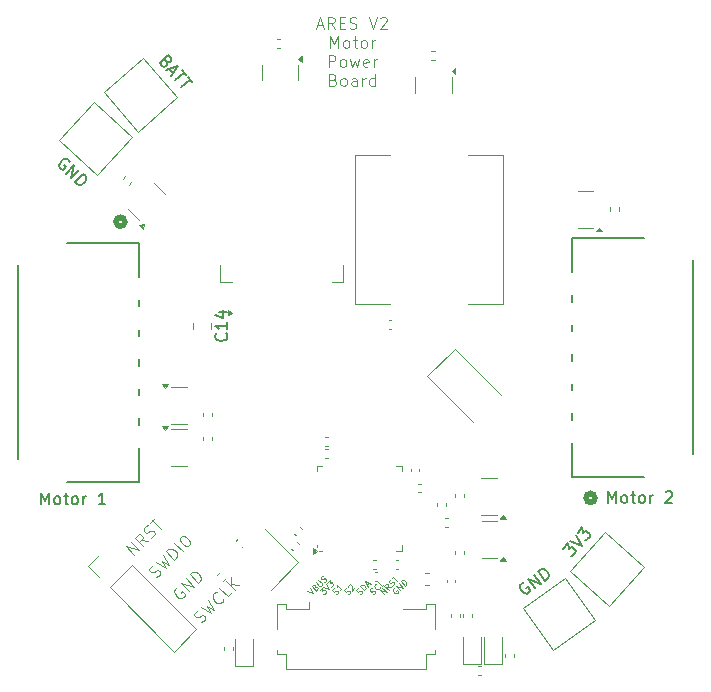
<source format=gbr>
%TF.GenerationSoftware,KiCad,Pcbnew,8.0.1*%
%TF.CreationDate,2024-09-20T18:09:38-07:00*%
%TF.ProjectId,motor_control_design,6d6f746f-725f-4636-9f6e-74726f6c5f64,rev?*%
%TF.SameCoordinates,Original*%
%TF.FileFunction,Legend,Top*%
%TF.FilePolarity,Positive*%
%FSLAX46Y46*%
G04 Gerber Fmt 4.6, Leading zero omitted, Abs format (unit mm)*
G04 Created by KiCad (PCBNEW 8.0.1) date 2024-09-20 18:09:38*
%MOMM*%
%LPD*%
G01*
G04 APERTURE LIST*
%ADD10C,0.200000*%
%ADD11C,0.100000*%
%ADD12C,0.050000*%
%ADD13C,0.150000*%
%ADD14C,0.120000*%
%ADD15C,0.508000*%
%ADD16C,0.152400*%
G04 APERTURE END LIST*
D10*
X163280000Y-108705909D02*
X163174961Y-108723364D01*
X163174961Y-108723364D02*
X163059387Y-108807333D01*
X163059387Y-108807333D02*
X162971803Y-108929827D01*
X162971803Y-108929827D02*
X162950733Y-109062856D01*
X162950733Y-109062856D02*
X162968188Y-109167895D01*
X162968188Y-109167895D02*
X163041623Y-109349983D01*
X163041623Y-109349983D02*
X163125592Y-109465557D01*
X163125592Y-109465557D02*
X163276076Y-109591666D01*
X163276076Y-109591666D02*
X163370580Y-109640725D01*
X163370580Y-109640725D02*
X163503609Y-109661795D01*
X163503609Y-109661795D02*
X163647172Y-109616350D01*
X163647172Y-109616350D02*
X163724222Y-109560371D01*
X163724222Y-109560371D02*
X163811806Y-109437877D01*
X163811806Y-109437877D02*
X163822341Y-109371362D01*
X163822341Y-109371362D02*
X163626412Y-109101690D01*
X163626412Y-109101690D02*
X163472314Y-109213649D01*
X164225042Y-109196504D02*
X163637256Y-108387487D01*
X163637256Y-108387487D02*
X164687337Y-108860626D01*
X164687337Y-108860626D02*
X164099552Y-108051609D01*
X165072583Y-108580729D02*
X164484798Y-107771712D01*
X164484798Y-107771712D02*
X164677421Y-107631763D01*
X164677421Y-107631763D02*
X164820985Y-107586318D01*
X164820985Y-107586318D02*
X164954014Y-107607388D01*
X164954014Y-107607388D02*
X165048518Y-107656447D01*
X165048518Y-107656447D02*
X165199001Y-107782556D01*
X165199001Y-107782556D02*
X165282971Y-107898130D01*
X165282971Y-107898130D02*
X165356405Y-108080218D01*
X165356405Y-108080218D02*
X165373860Y-108185257D01*
X165373860Y-108185257D02*
X165352790Y-108318286D01*
X165352790Y-108318286D02*
X165265206Y-108440780D01*
X165265206Y-108440780D02*
X165072583Y-108580729D01*
X133036748Y-64615803D02*
X133094533Y-64754860D01*
X133094533Y-64754860D02*
X133089835Y-64822039D01*
X133089835Y-64822039D02*
X133049199Y-64920460D01*
X133049199Y-64920460D02*
X132941383Y-65014182D01*
X132941383Y-65014182D02*
X132838265Y-65040726D01*
X132838265Y-65040726D02*
X132771086Y-65036028D01*
X132771086Y-65036028D02*
X132672665Y-64995392D01*
X132672665Y-64995392D02*
X132422738Y-64707883D01*
X132422738Y-64707883D02*
X133177448Y-64051824D01*
X133177448Y-64051824D02*
X133396134Y-64303394D01*
X133396134Y-64303394D02*
X133422677Y-64406512D01*
X133422677Y-64406512D02*
X133417980Y-64473692D01*
X133417980Y-64473692D02*
X133377343Y-64572112D01*
X133377343Y-64572112D02*
X133305466Y-64634594D01*
X133305466Y-64634594D02*
X133202348Y-64661137D01*
X133202348Y-64661137D02*
X133135169Y-64656439D01*
X133135169Y-64656439D02*
X133036748Y-64615803D01*
X133036748Y-64615803D02*
X132818062Y-64364233D01*
X133263187Y-65239209D02*
X133575597Y-65598594D01*
X132985074Y-65354777D02*
X133958470Y-64950288D01*
X133958470Y-64950288D02*
X133422447Y-65857917D01*
X134302120Y-65345612D02*
X134677011Y-65776875D01*
X133734856Y-66217303D02*
X134489566Y-65561244D01*
X134801975Y-65920629D02*
X135176866Y-66351892D01*
X134234711Y-66792320D02*
X134989420Y-66136261D01*
D11*
X132137321Y-108279908D02*
X132272008Y-108212564D01*
X132272008Y-108212564D02*
X132440367Y-108044205D01*
X132440367Y-108044205D02*
X132474039Y-107943190D01*
X132474039Y-107943190D02*
X132474039Y-107875847D01*
X132474039Y-107875847D02*
X132440367Y-107774831D01*
X132440367Y-107774831D02*
X132373024Y-107707488D01*
X132373024Y-107707488D02*
X132272008Y-107673816D01*
X132272008Y-107673816D02*
X132204665Y-107673816D01*
X132204665Y-107673816D02*
X132103649Y-107707488D01*
X132103649Y-107707488D02*
X131935291Y-107808503D01*
X131935291Y-107808503D02*
X131834275Y-107842175D01*
X131834275Y-107842175D02*
X131766932Y-107842175D01*
X131766932Y-107842175D02*
X131665917Y-107808503D01*
X131665917Y-107808503D02*
X131598573Y-107741160D01*
X131598573Y-107741160D02*
X131564901Y-107640144D01*
X131564901Y-107640144D02*
X131564901Y-107572801D01*
X131564901Y-107572801D02*
X131598573Y-107471786D01*
X131598573Y-107471786D02*
X131766932Y-107303427D01*
X131766932Y-107303427D02*
X131901619Y-107236083D01*
X132103650Y-106966709D02*
X132979115Y-107505457D01*
X132979115Y-107505457D02*
X132608726Y-106865694D01*
X132608726Y-106865694D02*
X133248489Y-107236083D01*
X133248489Y-107236083D02*
X132709741Y-106360618D01*
X133686222Y-106798351D02*
X132979115Y-106091244D01*
X132979115Y-106091244D02*
X133147474Y-105922885D01*
X133147474Y-105922885D02*
X133282161Y-105855541D01*
X133282161Y-105855541D02*
X133416848Y-105855541D01*
X133416848Y-105855541D02*
X133517863Y-105889213D01*
X133517863Y-105889213D02*
X133686222Y-105990229D01*
X133686222Y-105990229D02*
X133787237Y-106091244D01*
X133787237Y-106091244D02*
X133888252Y-106259603D01*
X133888252Y-106259603D02*
X133921924Y-106360618D01*
X133921924Y-106360618D02*
X133921924Y-106495305D01*
X133921924Y-106495305D02*
X133854581Y-106629992D01*
X133854581Y-106629992D02*
X133686222Y-106798351D01*
X134393329Y-106091244D02*
X133686222Y-105384137D01*
X134157626Y-104912733D02*
X134292313Y-104778046D01*
X134292313Y-104778046D02*
X134393328Y-104744374D01*
X134393328Y-104744374D02*
X134528015Y-104744374D01*
X134528015Y-104744374D02*
X134696374Y-104845389D01*
X134696374Y-104845389D02*
X134932076Y-105081092D01*
X134932076Y-105081092D02*
X135033091Y-105249450D01*
X135033091Y-105249450D02*
X135033091Y-105384137D01*
X135033091Y-105384137D02*
X134999420Y-105485153D01*
X134999420Y-105485153D02*
X134864733Y-105619840D01*
X134864733Y-105619840D02*
X134763717Y-105653511D01*
X134763717Y-105653511D02*
X134629030Y-105653511D01*
X134629030Y-105653511D02*
X134460672Y-105552496D01*
X134460672Y-105552496D02*
X134224969Y-105316794D01*
X134224969Y-105316794D02*
X134123954Y-105148435D01*
X134123954Y-105148435D02*
X134123954Y-105013748D01*
X134123954Y-105013748D02*
X134157626Y-104912733D01*
D12*
X151446332Y-109702454D02*
X151092778Y-109348900D01*
X151092778Y-109348900D02*
X151648362Y-109500423D01*
X151648362Y-109500423D02*
X151294809Y-109146870D01*
X152018752Y-109130034D02*
X151732542Y-109079526D01*
X151816721Y-109332064D02*
X151463168Y-108978511D01*
X151463168Y-108978511D02*
X151597855Y-108843824D01*
X151597855Y-108843824D02*
X151648363Y-108826988D01*
X151648363Y-108826988D02*
X151682034Y-108826988D01*
X151682034Y-108826988D02*
X151732542Y-108843824D01*
X151732542Y-108843824D02*
X151783050Y-108894332D01*
X151783050Y-108894332D02*
X151799885Y-108944839D01*
X151799885Y-108944839D02*
X151799885Y-108978511D01*
X151799885Y-108978511D02*
X151783050Y-109029019D01*
X151783050Y-109029019D02*
X151648363Y-109163706D01*
X152136603Y-108978511D02*
X152203947Y-108944839D01*
X152203947Y-108944839D02*
X152288126Y-108860660D01*
X152288126Y-108860660D02*
X152304962Y-108810152D01*
X152304962Y-108810152D02*
X152304962Y-108776480D01*
X152304962Y-108776480D02*
X152288126Y-108725973D01*
X152288126Y-108725973D02*
X152254454Y-108692301D01*
X152254454Y-108692301D02*
X152203947Y-108675465D01*
X152203947Y-108675465D02*
X152170275Y-108675465D01*
X152170275Y-108675465D02*
X152119767Y-108692301D01*
X152119767Y-108692301D02*
X152035588Y-108742809D01*
X152035588Y-108742809D02*
X151985080Y-108759644D01*
X151985080Y-108759644D02*
X151951408Y-108759644D01*
X151951408Y-108759644D02*
X151900901Y-108742809D01*
X151900901Y-108742809D02*
X151867229Y-108709137D01*
X151867229Y-108709137D02*
X151850393Y-108658629D01*
X151850393Y-108658629D02*
X151850393Y-108624957D01*
X151850393Y-108624957D02*
X151867229Y-108574450D01*
X151867229Y-108574450D02*
X151951408Y-108490270D01*
X151951408Y-108490270D02*
X152018752Y-108456599D01*
X152102931Y-108338748D02*
X152304961Y-108136717D01*
X152557500Y-108591286D02*
X152203946Y-108237733D01*
D10*
X122416673Y-102102219D02*
X122416673Y-101102219D01*
X122416673Y-101102219D02*
X122750006Y-101816504D01*
X122750006Y-101816504D02*
X123083339Y-101102219D01*
X123083339Y-101102219D02*
X123083339Y-102102219D01*
X123702387Y-102102219D02*
X123607149Y-102054600D01*
X123607149Y-102054600D02*
X123559530Y-102006980D01*
X123559530Y-102006980D02*
X123511911Y-101911742D01*
X123511911Y-101911742D02*
X123511911Y-101626028D01*
X123511911Y-101626028D02*
X123559530Y-101530790D01*
X123559530Y-101530790D02*
X123607149Y-101483171D01*
X123607149Y-101483171D02*
X123702387Y-101435552D01*
X123702387Y-101435552D02*
X123845244Y-101435552D01*
X123845244Y-101435552D02*
X123940482Y-101483171D01*
X123940482Y-101483171D02*
X123988101Y-101530790D01*
X123988101Y-101530790D02*
X124035720Y-101626028D01*
X124035720Y-101626028D02*
X124035720Y-101911742D01*
X124035720Y-101911742D02*
X123988101Y-102006980D01*
X123988101Y-102006980D02*
X123940482Y-102054600D01*
X123940482Y-102054600D02*
X123845244Y-102102219D01*
X123845244Y-102102219D02*
X123702387Y-102102219D01*
X124321435Y-101435552D02*
X124702387Y-101435552D01*
X124464292Y-101102219D02*
X124464292Y-101959361D01*
X124464292Y-101959361D02*
X124511911Y-102054600D01*
X124511911Y-102054600D02*
X124607149Y-102102219D01*
X124607149Y-102102219D02*
X124702387Y-102102219D01*
X125178578Y-102102219D02*
X125083340Y-102054600D01*
X125083340Y-102054600D02*
X125035721Y-102006980D01*
X125035721Y-102006980D02*
X124988102Y-101911742D01*
X124988102Y-101911742D02*
X124988102Y-101626028D01*
X124988102Y-101626028D02*
X125035721Y-101530790D01*
X125035721Y-101530790D02*
X125083340Y-101483171D01*
X125083340Y-101483171D02*
X125178578Y-101435552D01*
X125178578Y-101435552D02*
X125321435Y-101435552D01*
X125321435Y-101435552D02*
X125416673Y-101483171D01*
X125416673Y-101483171D02*
X125464292Y-101530790D01*
X125464292Y-101530790D02*
X125511911Y-101626028D01*
X125511911Y-101626028D02*
X125511911Y-101911742D01*
X125511911Y-101911742D02*
X125464292Y-102006980D01*
X125464292Y-102006980D02*
X125416673Y-102054600D01*
X125416673Y-102054600D02*
X125321435Y-102102219D01*
X125321435Y-102102219D02*
X125178578Y-102102219D01*
X125940483Y-102102219D02*
X125940483Y-101435552D01*
X125940483Y-101626028D02*
X125988102Y-101530790D01*
X125988102Y-101530790D02*
X126035721Y-101483171D01*
X126035721Y-101483171D02*
X126130959Y-101435552D01*
X126130959Y-101435552D02*
X126226197Y-101435552D01*
X127845245Y-102102219D02*
X127273817Y-102102219D01*
X127559531Y-102102219D02*
X127559531Y-101102219D01*
X127559531Y-101102219D02*
X127464293Y-101245076D01*
X127464293Y-101245076D02*
X127369055Y-101340314D01*
X127369055Y-101340314D02*
X127273817Y-101387933D01*
D12*
X147348660Y-109702454D02*
X147416004Y-109668782D01*
X147416004Y-109668782D02*
X147500183Y-109584603D01*
X147500183Y-109584603D02*
X147517019Y-109534095D01*
X147517019Y-109534095D02*
X147517019Y-109500423D01*
X147517019Y-109500423D02*
X147500183Y-109449916D01*
X147500183Y-109449916D02*
X147466511Y-109416244D01*
X147466511Y-109416244D02*
X147416004Y-109399408D01*
X147416004Y-109399408D02*
X147382332Y-109399408D01*
X147382332Y-109399408D02*
X147331824Y-109416244D01*
X147331824Y-109416244D02*
X147247645Y-109466752D01*
X147247645Y-109466752D02*
X147197137Y-109483587D01*
X147197137Y-109483587D02*
X147163465Y-109483587D01*
X147163465Y-109483587D02*
X147112958Y-109466752D01*
X147112958Y-109466752D02*
X147079286Y-109433080D01*
X147079286Y-109433080D02*
X147062450Y-109382572D01*
X147062450Y-109382572D02*
X147062450Y-109348900D01*
X147062450Y-109348900D02*
X147079286Y-109298393D01*
X147079286Y-109298393D02*
X147163465Y-109214213D01*
X147163465Y-109214213D02*
X147230809Y-109180542D01*
X147904244Y-109180542D02*
X147702213Y-109382573D01*
X147803228Y-109281557D02*
X147449675Y-108928004D01*
X147449675Y-108928004D02*
X147466511Y-109012183D01*
X147466511Y-109012183D02*
X147466511Y-109079527D01*
X147466511Y-109079527D02*
X147449675Y-109130034D01*
X144946271Y-109399408D02*
X145417675Y-109635110D01*
X145417675Y-109635110D02*
X145181973Y-109163706D01*
X145586034Y-109096363D02*
X145653377Y-109062691D01*
X145653377Y-109062691D02*
X145687049Y-109062691D01*
X145687049Y-109062691D02*
X145737557Y-109079527D01*
X145737557Y-109079527D02*
X145788064Y-109130034D01*
X145788064Y-109130034D02*
X145804900Y-109180542D01*
X145804900Y-109180542D02*
X145804900Y-109214214D01*
X145804900Y-109214214D02*
X145788064Y-109264721D01*
X145788064Y-109264721D02*
X145653377Y-109399408D01*
X145653377Y-109399408D02*
X145299824Y-109045855D01*
X145299824Y-109045855D02*
X145417675Y-108928004D01*
X145417675Y-108928004D02*
X145468183Y-108911168D01*
X145468183Y-108911168D02*
X145501854Y-108911168D01*
X145501854Y-108911168D02*
X145552362Y-108928004D01*
X145552362Y-108928004D02*
X145586034Y-108961676D01*
X145586034Y-108961676D02*
X145602870Y-109012183D01*
X145602870Y-109012183D02*
X145602870Y-109045855D01*
X145602870Y-109045855D02*
X145586034Y-109096363D01*
X145586034Y-109096363D02*
X145468183Y-109214214D01*
X145653377Y-108692302D02*
X145939587Y-108978512D01*
X145939587Y-108978512D02*
X145990095Y-108995347D01*
X145990095Y-108995347D02*
X146023766Y-108995347D01*
X146023766Y-108995347D02*
X146074274Y-108978512D01*
X146074274Y-108978512D02*
X146141618Y-108911168D01*
X146141618Y-108911168D02*
X146158454Y-108860660D01*
X146158454Y-108860660D02*
X146158454Y-108826989D01*
X146158454Y-108826989D02*
X146141618Y-108776481D01*
X146141618Y-108776481D02*
X145855408Y-108490271D01*
X146343648Y-108675465D02*
X146410992Y-108641794D01*
X146410992Y-108641794D02*
X146495171Y-108557614D01*
X146495171Y-108557614D02*
X146512007Y-108507107D01*
X146512007Y-108507107D02*
X146512007Y-108473435D01*
X146512007Y-108473435D02*
X146495171Y-108422927D01*
X146495171Y-108422927D02*
X146461500Y-108389256D01*
X146461500Y-108389256D02*
X146410992Y-108372420D01*
X146410992Y-108372420D02*
X146377320Y-108372420D01*
X146377320Y-108372420D02*
X146326813Y-108389256D01*
X146326813Y-108389256D02*
X146242633Y-108439763D01*
X146242633Y-108439763D02*
X146192126Y-108456599D01*
X146192126Y-108456599D02*
X146158454Y-108456599D01*
X146158454Y-108456599D02*
X146107946Y-108439763D01*
X146107946Y-108439763D02*
X146074274Y-108406091D01*
X146074274Y-108406091D02*
X146057439Y-108355584D01*
X146057439Y-108355584D02*
X146057439Y-108321912D01*
X146057439Y-108321912D02*
X146074274Y-108271404D01*
X146074274Y-108271404D02*
X146158454Y-108187225D01*
X146158454Y-108187225D02*
X146225797Y-108153553D01*
D10*
X124837530Y-73094716D02*
X124800353Y-72994938D01*
X124800353Y-72994938D02*
X124695874Y-72897509D01*
X124695874Y-72897509D02*
X124558919Y-72834907D01*
X124558919Y-72834907D02*
X124424314Y-72839608D01*
X124424314Y-72839608D02*
X124324536Y-72876784D01*
X124324536Y-72876784D02*
X124159805Y-72983614D01*
X124159805Y-72983614D02*
X124062376Y-73088093D01*
X124062376Y-73088093D02*
X123967298Y-73259874D01*
X123967298Y-73259874D02*
X123937172Y-73362003D01*
X123937172Y-73362003D02*
X123941873Y-73496608D01*
X123941873Y-73496608D02*
X124013876Y-73628863D01*
X124013876Y-73628863D02*
X124083529Y-73693815D01*
X124083529Y-73693815D02*
X124220484Y-73756417D01*
X124220484Y-73756417D02*
X124287786Y-73754067D01*
X124287786Y-73754067D02*
X124515119Y-73510282D01*
X124515119Y-73510282D02*
X124375814Y-73380378D01*
X124536271Y-74116005D02*
X125218270Y-73384651D01*
X125218270Y-73384651D02*
X124954188Y-74505718D01*
X124954188Y-74505718D02*
X125636186Y-73774364D01*
X125302452Y-74830479D02*
X125984450Y-74099125D01*
X125984450Y-74099125D02*
X126158582Y-74261506D01*
X126158582Y-74261506D02*
X126230585Y-74393761D01*
X126230585Y-74393761D02*
X126235285Y-74528366D01*
X126235285Y-74528366D02*
X126205159Y-74630494D01*
X126205159Y-74630494D02*
X126110081Y-74802276D01*
X126110081Y-74802276D02*
X126012653Y-74906755D01*
X126012653Y-74906755D02*
X125847922Y-75013584D01*
X125847922Y-75013584D02*
X125748144Y-75050761D01*
X125748144Y-75050761D02*
X125613539Y-75055462D01*
X125613539Y-75055462D02*
X125476583Y-74992860D01*
X125476583Y-74992860D02*
X125302452Y-74830479D01*
X170422673Y-101975219D02*
X170422673Y-100975219D01*
X170422673Y-100975219D02*
X170756006Y-101689504D01*
X170756006Y-101689504D02*
X171089339Y-100975219D01*
X171089339Y-100975219D02*
X171089339Y-101975219D01*
X171708387Y-101975219D02*
X171613149Y-101927600D01*
X171613149Y-101927600D02*
X171565530Y-101879980D01*
X171565530Y-101879980D02*
X171517911Y-101784742D01*
X171517911Y-101784742D02*
X171517911Y-101499028D01*
X171517911Y-101499028D02*
X171565530Y-101403790D01*
X171565530Y-101403790D02*
X171613149Y-101356171D01*
X171613149Y-101356171D02*
X171708387Y-101308552D01*
X171708387Y-101308552D02*
X171851244Y-101308552D01*
X171851244Y-101308552D02*
X171946482Y-101356171D01*
X171946482Y-101356171D02*
X171994101Y-101403790D01*
X171994101Y-101403790D02*
X172041720Y-101499028D01*
X172041720Y-101499028D02*
X172041720Y-101784742D01*
X172041720Y-101784742D02*
X171994101Y-101879980D01*
X171994101Y-101879980D02*
X171946482Y-101927600D01*
X171946482Y-101927600D02*
X171851244Y-101975219D01*
X171851244Y-101975219D02*
X171708387Y-101975219D01*
X172327435Y-101308552D02*
X172708387Y-101308552D01*
X172470292Y-100975219D02*
X172470292Y-101832361D01*
X172470292Y-101832361D02*
X172517911Y-101927600D01*
X172517911Y-101927600D02*
X172613149Y-101975219D01*
X172613149Y-101975219D02*
X172708387Y-101975219D01*
X173184578Y-101975219D02*
X173089340Y-101927600D01*
X173089340Y-101927600D02*
X173041721Y-101879980D01*
X173041721Y-101879980D02*
X172994102Y-101784742D01*
X172994102Y-101784742D02*
X172994102Y-101499028D01*
X172994102Y-101499028D02*
X173041721Y-101403790D01*
X173041721Y-101403790D02*
X173089340Y-101356171D01*
X173089340Y-101356171D02*
X173184578Y-101308552D01*
X173184578Y-101308552D02*
X173327435Y-101308552D01*
X173327435Y-101308552D02*
X173422673Y-101356171D01*
X173422673Y-101356171D02*
X173470292Y-101403790D01*
X173470292Y-101403790D02*
X173517911Y-101499028D01*
X173517911Y-101499028D02*
X173517911Y-101784742D01*
X173517911Y-101784742D02*
X173470292Y-101879980D01*
X173470292Y-101879980D02*
X173422673Y-101927600D01*
X173422673Y-101927600D02*
X173327435Y-101975219D01*
X173327435Y-101975219D02*
X173184578Y-101975219D01*
X173946483Y-101975219D02*
X173946483Y-101308552D01*
X173946483Y-101499028D02*
X173994102Y-101403790D01*
X173994102Y-101403790D02*
X174041721Y-101356171D01*
X174041721Y-101356171D02*
X174136959Y-101308552D01*
X174136959Y-101308552D02*
X174232197Y-101308552D01*
X175279817Y-101070457D02*
X175327436Y-101022838D01*
X175327436Y-101022838D02*
X175422674Y-100975219D01*
X175422674Y-100975219D02*
X175660769Y-100975219D01*
X175660769Y-100975219D02*
X175756007Y-101022838D01*
X175756007Y-101022838D02*
X175803626Y-101070457D01*
X175803626Y-101070457D02*
X175851245Y-101165695D01*
X175851245Y-101165695D02*
X175851245Y-101260933D01*
X175851245Y-101260933D02*
X175803626Y-101403790D01*
X175803626Y-101403790D02*
X175232198Y-101975219D01*
X175232198Y-101975219D02*
X175851245Y-101975219D01*
D12*
X145979107Y-109382572D02*
X146197973Y-109163706D01*
X146197973Y-109163706D02*
X146214809Y-109416244D01*
X146214809Y-109416244D02*
X146265317Y-109365736D01*
X146265317Y-109365736D02*
X146315824Y-109348900D01*
X146315824Y-109348900D02*
X146349496Y-109348900D01*
X146349496Y-109348900D02*
X146400004Y-109365736D01*
X146400004Y-109365736D02*
X146484183Y-109449916D01*
X146484183Y-109449916D02*
X146501019Y-109500423D01*
X146501019Y-109500423D02*
X146501019Y-109534095D01*
X146501019Y-109534095D02*
X146484183Y-109584603D01*
X146484183Y-109584603D02*
X146383168Y-109685618D01*
X146383168Y-109685618D02*
X146332660Y-109702454D01*
X146332660Y-109702454D02*
X146298988Y-109702454D01*
X146298988Y-109062691D02*
X146770392Y-109298393D01*
X146770392Y-109298393D02*
X146534690Y-108826989D01*
X146618869Y-108742810D02*
X146837736Y-108523943D01*
X146837736Y-108523943D02*
X146854572Y-108776481D01*
X146854572Y-108776481D02*
X146905079Y-108725974D01*
X146905079Y-108725974D02*
X146955587Y-108709138D01*
X146955587Y-108709138D02*
X146989259Y-108709138D01*
X146989259Y-108709138D02*
X147039766Y-108725974D01*
X147039766Y-108725974D02*
X147123946Y-108810153D01*
X147123946Y-108810153D02*
X147140781Y-108860661D01*
X147140781Y-108860661D02*
X147140781Y-108894332D01*
X147140781Y-108894332D02*
X147123946Y-108944840D01*
X147123946Y-108944840D02*
X147022930Y-109045855D01*
X147022930Y-109045855D02*
X146972423Y-109062691D01*
X146972423Y-109062691D02*
X146938751Y-109062691D01*
D11*
X135947321Y-112089908D02*
X136082008Y-112022564D01*
X136082008Y-112022564D02*
X136250367Y-111854205D01*
X136250367Y-111854205D02*
X136284039Y-111753190D01*
X136284039Y-111753190D02*
X136284039Y-111685847D01*
X136284039Y-111685847D02*
X136250367Y-111584831D01*
X136250367Y-111584831D02*
X136183024Y-111517488D01*
X136183024Y-111517488D02*
X136082008Y-111483816D01*
X136082008Y-111483816D02*
X136014665Y-111483816D01*
X136014665Y-111483816D02*
X135913649Y-111517488D01*
X135913649Y-111517488D02*
X135745291Y-111618503D01*
X135745291Y-111618503D02*
X135644275Y-111652175D01*
X135644275Y-111652175D02*
X135576932Y-111652175D01*
X135576932Y-111652175D02*
X135475917Y-111618503D01*
X135475917Y-111618503D02*
X135408573Y-111551160D01*
X135408573Y-111551160D02*
X135374901Y-111450144D01*
X135374901Y-111450144D02*
X135374901Y-111382801D01*
X135374901Y-111382801D02*
X135408573Y-111281786D01*
X135408573Y-111281786D02*
X135576932Y-111113427D01*
X135576932Y-111113427D02*
X135711619Y-111046083D01*
X135913650Y-110776709D02*
X136789115Y-111315457D01*
X136789115Y-111315457D02*
X136418726Y-110675694D01*
X136418726Y-110675694D02*
X137058489Y-111046083D01*
X137058489Y-111046083D02*
X136519741Y-110170618D01*
X137832939Y-110136946D02*
X137832939Y-110204290D01*
X137832939Y-110204290D02*
X137765596Y-110338977D01*
X137765596Y-110338977D02*
X137698252Y-110406320D01*
X137698252Y-110406320D02*
X137563565Y-110473664D01*
X137563565Y-110473664D02*
X137428878Y-110473664D01*
X137428878Y-110473664D02*
X137327863Y-110439992D01*
X137327863Y-110439992D02*
X137159504Y-110338977D01*
X137159504Y-110338977D02*
X137058489Y-110237961D01*
X137058489Y-110237961D02*
X136957474Y-110069603D01*
X136957474Y-110069603D02*
X136923802Y-109968587D01*
X136923802Y-109968587D02*
X136923802Y-109833900D01*
X136923802Y-109833900D02*
X136991145Y-109699213D01*
X136991145Y-109699213D02*
X137058489Y-109631870D01*
X137058489Y-109631870D02*
X137193176Y-109564526D01*
X137193176Y-109564526D02*
X137260519Y-109564526D01*
X138540046Y-109564526D02*
X138203329Y-109901244D01*
X138203329Y-109901244D02*
X137496222Y-109194137D01*
X138775748Y-109328824D02*
X138068642Y-108621717D01*
X139179809Y-108924763D02*
X138472703Y-108823748D01*
X138472703Y-108217656D02*
X138472703Y-109025778D01*
D12*
X152310809Y-109180542D02*
X152260301Y-109197378D01*
X152260301Y-109197378D02*
X152209794Y-109247885D01*
X152209794Y-109247885D02*
X152176122Y-109315229D01*
X152176122Y-109315229D02*
X152176122Y-109382572D01*
X152176122Y-109382572D02*
X152192958Y-109433080D01*
X152192958Y-109433080D02*
X152243465Y-109517259D01*
X152243465Y-109517259D02*
X152293973Y-109567767D01*
X152293973Y-109567767D02*
X152378152Y-109618274D01*
X152378152Y-109618274D02*
X152428660Y-109635110D01*
X152428660Y-109635110D02*
X152496004Y-109635110D01*
X152496004Y-109635110D02*
X152563347Y-109601439D01*
X152563347Y-109601439D02*
X152597019Y-109567767D01*
X152597019Y-109567767D02*
X152630691Y-109500423D01*
X152630691Y-109500423D02*
X152630691Y-109466752D01*
X152630691Y-109466752D02*
X152512839Y-109348900D01*
X152512839Y-109348900D02*
X152445496Y-109416244D01*
X152815885Y-109348900D02*
X152462332Y-108995347D01*
X152462332Y-108995347D02*
X153017916Y-109146870D01*
X153017916Y-109146870D02*
X152664362Y-108793317D01*
X153186275Y-108978511D02*
X152832721Y-108624957D01*
X152832721Y-108624957D02*
X152916901Y-108540778D01*
X152916901Y-108540778D02*
X152984244Y-108507106D01*
X152984244Y-108507106D02*
X153051588Y-108507106D01*
X153051588Y-108507106D02*
X153102095Y-108523942D01*
X153102095Y-108523942D02*
X153186275Y-108574450D01*
X153186275Y-108574450D02*
X153236782Y-108624957D01*
X153236782Y-108624957D02*
X153287290Y-108709137D01*
X153287290Y-108709137D02*
X153304126Y-108759644D01*
X153304126Y-108759644D02*
X153304126Y-108826988D01*
X153304126Y-108826988D02*
X153270454Y-108894332D01*
X153270454Y-108894332D02*
X153186275Y-108978511D01*
X150523660Y-109702454D02*
X150591004Y-109668782D01*
X150591004Y-109668782D02*
X150675183Y-109584603D01*
X150675183Y-109584603D02*
X150692019Y-109534095D01*
X150692019Y-109534095D02*
X150692019Y-109500423D01*
X150692019Y-109500423D02*
X150675183Y-109449916D01*
X150675183Y-109449916D02*
X150641511Y-109416244D01*
X150641511Y-109416244D02*
X150591004Y-109399408D01*
X150591004Y-109399408D02*
X150557332Y-109399408D01*
X150557332Y-109399408D02*
X150506824Y-109416244D01*
X150506824Y-109416244D02*
X150422645Y-109466752D01*
X150422645Y-109466752D02*
X150372137Y-109483587D01*
X150372137Y-109483587D02*
X150338465Y-109483587D01*
X150338465Y-109483587D02*
X150287958Y-109466752D01*
X150287958Y-109466752D02*
X150254286Y-109433080D01*
X150254286Y-109433080D02*
X150237450Y-109382572D01*
X150237450Y-109382572D02*
X150237450Y-109348900D01*
X150237450Y-109348900D02*
X150254286Y-109298393D01*
X150254286Y-109298393D02*
X150338465Y-109214213D01*
X150338465Y-109214213D02*
X150405809Y-109180542D01*
X151062408Y-109130034D02*
X151062408Y-109163706D01*
X151062408Y-109163706D02*
X151028736Y-109231050D01*
X151028736Y-109231050D02*
X150995064Y-109264721D01*
X150995064Y-109264721D02*
X150927721Y-109298393D01*
X150927721Y-109298393D02*
X150860377Y-109298393D01*
X150860377Y-109298393D02*
X150809870Y-109281557D01*
X150809870Y-109281557D02*
X150725690Y-109231050D01*
X150725690Y-109231050D02*
X150675183Y-109180542D01*
X150675183Y-109180542D02*
X150624675Y-109096363D01*
X150624675Y-109096363D02*
X150607839Y-109045855D01*
X150607839Y-109045855D02*
X150607839Y-108978512D01*
X150607839Y-108978512D02*
X150641511Y-108911168D01*
X150641511Y-108911168D02*
X150675183Y-108877496D01*
X150675183Y-108877496D02*
X150742526Y-108843825D01*
X150742526Y-108843825D02*
X150776198Y-108843825D01*
X151415961Y-108843825D02*
X151247602Y-109012183D01*
X151247602Y-109012183D02*
X150894049Y-108658630D01*
D11*
X130299665Y-106374908D02*
X129592558Y-105667801D01*
X129592558Y-105667801D02*
X130703726Y-105970847D01*
X130703726Y-105970847D02*
X129996619Y-105263740D01*
X131444504Y-105230068D02*
X130872084Y-105129053D01*
X131040443Y-105634129D02*
X130333336Y-104927022D01*
X130333336Y-104927022D02*
X130602710Y-104657648D01*
X130602710Y-104657648D02*
X130703726Y-104623976D01*
X130703726Y-104623976D02*
X130771069Y-104623976D01*
X130771069Y-104623976D02*
X130872084Y-104657648D01*
X130872084Y-104657648D02*
X130973100Y-104758664D01*
X130973100Y-104758664D02*
X131006771Y-104859679D01*
X131006771Y-104859679D02*
X131006771Y-104927022D01*
X131006771Y-104927022D02*
X130973100Y-105028038D01*
X130973100Y-105028038D02*
X130703726Y-105297412D01*
X131680207Y-104927022D02*
X131814894Y-104859679D01*
X131814894Y-104859679D02*
X131983252Y-104691320D01*
X131983252Y-104691320D02*
X132016924Y-104590305D01*
X132016924Y-104590305D02*
X132016924Y-104522961D01*
X132016924Y-104522961D02*
X131983252Y-104421946D01*
X131983252Y-104421946D02*
X131915909Y-104354602D01*
X131915909Y-104354602D02*
X131814894Y-104320931D01*
X131814894Y-104320931D02*
X131747550Y-104320931D01*
X131747550Y-104320931D02*
X131646535Y-104354602D01*
X131646535Y-104354602D02*
X131478176Y-104455618D01*
X131478176Y-104455618D02*
X131377161Y-104489289D01*
X131377161Y-104489289D02*
X131309817Y-104489289D01*
X131309817Y-104489289D02*
X131208802Y-104455618D01*
X131208802Y-104455618D02*
X131141459Y-104388274D01*
X131141459Y-104388274D02*
X131107787Y-104287259D01*
X131107787Y-104287259D02*
X131107787Y-104219915D01*
X131107787Y-104219915D02*
X131141459Y-104118900D01*
X131141459Y-104118900D02*
X131309817Y-103950541D01*
X131309817Y-103950541D02*
X131444504Y-103883198D01*
X131612863Y-103647496D02*
X132016924Y-103243435D01*
X132522000Y-104152572D02*
X131814894Y-103445465D01*
X145764619Y-61558872D02*
X146240809Y-61558872D01*
X145669381Y-61844587D02*
X146002714Y-60844587D01*
X146002714Y-60844587D02*
X146336047Y-61844587D01*
X147240809Y-61844587D02*
X146907476Y-61368396D01*
X146669381Y-61844587D02*
X146669381Y-60844587D01*
X146669381Y-60844587D02*
X147050333Y-60844587D01*
X147050333Y-60844587D02*
X147145571Y-60892206D01*
X147145571Y-60892206D02*
X147193190Y-60939825D01*
X147193190Y-60939825D02*
X147240809Y-61035063D01*
X147240809Y-61035063D02*
X147240809Y-61177920D01*
X147240809Y-61177920D02*
X147193190Y-61273158D01*
X147193190Y-61273158D02*
X147145571Y-61320777D01*
X147145571Y-61320777D02*
X147050333Y-61368396D01*
X147050333Y-61368396D02*
X146669381Y-61368396D01*
X147669381Y-61320777D02*
X148002714Y-61320777D01*
X148145571Y-61844587D02*
X147669381Y-61844587D01*
X147669381Y-61844587D02*
X147669381Y-60844587D01*
X147669381Y-60844587D02*
X148145571Y-60844587D01*
X148526524Y-61796968D02*
X148669381Y-61844587D01*
X148669381Y-61844587D02*
X148907476Y-61844587D01*
X148907476Y-61844587D02*
X149002714Y-61796968D01*
X149002714Y-61796968D02*
X149050333Y-61749348D01*
X149050333Y-61749348D02*
X149097952Y-61654110D01*
X149097952Y-61654110D02*
X149097952Y-61558872D01*
X149097952Y-61558872D02*
X149050333Y-61463634D01*
X149050333Y-61463634D02*
X149002714Y-61416015D01*
X149002714Y-61416015D02*
X148907476Y-61368396D01*
X148907476Y-61368396D02*
X148717000Y-61320777D01*
X148717000Y-61320777D02*
X148621762Y-61273158D01*
X148621762Y-61273158D02*
X148574143Y-61225539D01*
X148574143Y-61225539D02*
X148526524Y-61130301D01*
X148526524Y-61130301D02*
X148526524Y-61035063D01*
X148526524Y-61035063D02*
X148574143Y-60939825D01*
X148574143Y-60939825D02*
X148621762Y-60892206D01*
X148621762Y-60892206D02*
X148717000Y-60844587D01*
X148717000Y-60844587D02*
X148955095Y-60844587D01*
X148955095Y-60844587D02*
X149097952Y-60892206D01*
X150145572Y-60844587D02*
X150478905Y-61844587D01*
X150478905Y-61844587D02*
X150812238Y-60844587D01*
X151097953Y-60939825D02*
X151145572Y-60892206D01*
X151145572Y-60892206D02*
X151240810Y-60844587D01*
X151240810Y-60844587D02*
X151478905Y-60844587D01*
X151478905Y-60844587D02*
X151574143Y-60892206D01*
X151574143Y-60892206D02*
X151621762Y-60939825D01*
X151621762Y-60939825D02*
X151669381Y-61035063D01*
X151669381Y-61035063D02*
X151669381Y-61130301D01*
X151669381Y-61130301D02*
X151621762Y-61273158D01*
X151621762Y-61273158D02*
X151050334Y-61844587D01*
X151050334Y-61844587D02*
X151669381Y-61844587D01*
X146883666Y-63454531D02*
X146883666Y-62454531D01*
X146883666Y-62454531D02*
X147216999Y-63168816D01*
X147216999Y-63168816D02*
X147550332Y-62454531D01*
X147550332Y-62454531D02*
X147550332Y-63454531D01*
X148169380Y-63454531D02*
X148074142Y-63406912D01*
X148074142Y-63406912D02*
X148026523Y-63359292D01*
X148026523Y-63359292D02*
X147978904Y-63264054D01*
X147978904Y-63264054D02*
X147978904Y-62978340D01*
X147978904Y-62978340D02*
X148026523Y-62883102D01*
X148026523Y-62883102D02*
X148074142Y-62835483D01*
X148074142Y-62835483D02*
X148169380Y-62787864D01*
X148169380Y-62787864D02*
X148312237Y-62787864D01*
X148312237Y-62787864D02*
X148407475Y-62835483D01*
X148407475Y-62835483D02*
X148455094Y-62883102D01*
X148455094Y-62883102D02*
X148502713Y-62978340D01*
X148502713Y-62978340D02*
X148502713Y-63264054D01*
X148502713Y-63264054D02*
X148455094Y-63359292D01*
X148455094Y-63359292D02*
X148407475Y-63406912D01*
X148407475Y-63406912D02*
X148312237Y-63454531D01*
X148312237Y-63454531D02*
X148169380Y-63454531D01*
X148788428Y-62787864D02*
X149169380Y-62787864D01*
X148931285Y-62454531D02*
X148931285Y-63311673D01*
X148931285Y-63311673D02*
X148978904Y-63406912D01*
X148978904Y-63406912D02*
X149074142Y-63454531D01*
X149074142Y-63454531D02*
X149169380Y-63454531D01*
X149645571Y-63454531D02*
X149550333Y-63406912D01*
X149550333Y-63406912D02*
X149502714Y-63359292D01*
X149502714Y-63359292D02*
X149455095Y-63264054D01*
X149455095Y-63264054D02*
X149455095Y-62978340D01*
X149455095Y-62978340D02*
X149502714Y-62883102D01*
X149502714Y-62883102D02*
X149550333Y-62835483D01*
X149550333Y-62835483D02*
X149645571Y-62787864D01*
X149645571Y-62787864D02*
X149788428Y-62787864D01*
X149788428Y-62787864D02*
X149883666Y-62835483D01*
X149883666Y-62835483D02*
X149931285Y-62883102D01*
X149931285Y-62883102D02*
X149978904Y-62978340D01*
X149978904Y-62978340D02*
X149978904Y-63264054D01*
X149978904Y-63264054D02*
X149931285Y-63359292D01*
X149931285Y-63359292D02*
X149883666Y-63406912D01*
X149883666Y-63406912D02*
X149788428Y-63454531D01*
X149788428Y-63454531D02*
X149645571Y-63454531D01*
X150407476Y-63454531D02*
X150407476Y-62787864D01*
X150407476Y-62978340D02*
X150455095Y-62883102D01*
X150455095Y-62883102D02*
X150502714Y-62835483D01*
X150502714Y-62835483D02*
X150597952Y-62787864D01*
X150597952Y-62787864D02*
X150693190Y-62787864D01*
X146740809Y-65064475D02*
X146740809Y-64064475D01*
X146740809Y-64064475D02*
X147121761Y-64064475D01*
X147121761Y-64064475D02*
X147216999Y-64112094D01*
X147216999Y-64112094D02*
X147264618Y-64159713D01*
X147264618Y-64159713D02*
X147312237Y-64254951D01*
X147312237Y-64254951D02*
X147312237Y-64397808D01*
X147312237Y-64397808D02*
X147264618Y-64493046D01*
X147264618Y-64493046D02*
X147216999Y-64540665D01*
X147216999Y-64540665D02*
X147121761Y-64588284D01*
X147121761Y-64588284D02*
X146740809Y-64588284D01*
X147883666Y-65064475D02*
X147788428Y-65016856D01*
X147788428Y-65016856D02*
X147740809Y-64969236D01*
X147740809Y-64969236D02*
X147693190Y-64873998D01*
X147693190Y-64873998D02*
X147693190Y-64588284D01*
X147693190Y-64588284D02*
X147740809Y-64493046D01*
X147740809Y-64493046D02*
X147788428Y-64445427D01*
X147788428Y-64445427D02*
X147883666Y-64397808D01*
X147883666Y-64397808D02*
X148026523Y-64397808D01*
X148026523Y-64397808D02*
X148121761Y-64445427D01*
X148121761Y-64445427D02*
X148169380Y-64493046D01*
X148169380Y-64493046D02*
X148216999Y-64588284D01*
X148216999Y-64588284D02*
X148216999Y-64873998D01*
X148216999Y-64873998D02*
X148169380Y-64969236D01*
X148169380Y-64969236D02*
X148121761Y-65016856D01*
X148121761Y-65016856D02*
X148026523Y-65064475D01*
X148026523Y-65064475D02*
X147883666Y-65064475D01*
X148550333Y-64397808D02*
X148740809Y-65064475D01*
X148740809Y-65064475D02*
X148931285Y-64588284D01*
X148931285Y-64588284D02*
X149121761Y-65064475D01*
X149121761Y-65064475D02*
X149312237Y-64397808D01*
X150074142Y-65016856D02*
X149978904Y-65064475D01*
X149978904Y-65064475D02*
X149788428Y-65064475D01*
X149788428Y-65064475D02*
X149693190Y-65016856D01*
X149693190Y-65016856D02*
X149645571Y-64921617D01*
X149645571Y-64921617D02*
X149645571Y-64540665D01*
X149645571Y-64540665D02*
X149693190Y-64445427D01*
X149693190Y-64445427D02*
X149788428Y-64397808D01*
X149788428Y-64397808D02*
X149978904Y-64397808D01*
X149978904Y-64397808D02*
X150074142Y-64445427D01*
X150074142Y-64445427D02*
X150121761Y-64540665D01*
X150121761Y-64540665D02*
X150121761Y-64635903D01*
X150121761Y-64635903D02*
X149645571Y-64731141D01*
X150550333Y-65064475D02*
X150550333Y-64397808D01*
X150550333Y-64588284D02*
X150597952Y-64493046D01*
X150597952Y-64493046D02*
X150645571Y-64445427D01*
X150645571Y-64445427D02*
X150740809Y-64397808D01*
X150740809Y-64397808D02*
X150836047Y-64397808D01*
X147121761Y-66150609D02*
X147264618Y-66198228D01*
X147264618Y-66198228D02*
X147312237Y-66245847D01*
X147312237Y-66245847D02*
X147359856Y-66341085D01*
X147359856Y-66341085D02*
X147359856Y-66483942D01*
X147359856Y-66483942D02*
X147312237Y-66579180D01*
X147312237Y-66579180D02*
X147264618Y-66626800D01*
X147264618Y-66626800D02*
X147169380Y-66674419D01*
X147169380Y-66674419D02*
X146788428Y-66674419D01*
X146788428Y-66674419D02*
X146788428Y-65674419D01*
X146788428Y-65674419D02*
X147121761Y-65674419D01*
X147121761Y-65674419D02*
X147216999Y-65722038D01*
X147216999Y-65722038D02*
X147264618Y-65769657D01*
X147264618Y-65769657D02*
X147312237Y-65864895D01*
X147312237Y-65864895D02*
X147312237Y-65960133D01*
X147312237Y-65960133D02*
X147264618Y-66055371D01*
X147264618Y-66055371D02*
X147216999Y-66102990D01*
X147216999Y-66102990D02*
X147121761Y-66150609D01*
X147121761Y-66150609D02*
X146788428Y-66150609D01*
X147931285Y-66674419D02*
X147836047Y-66626800D01*
X147836047Y-66626800D02*
X147788428Y-66579180D01*
X147788428Y-66579180D02*
X147740809Y-66483942D01*
X147740809Y-66483942D02*
X147740809Y-66198228D01*
X147740809Y-66198228D02*
X147788428Y-66102990D01*
X147788428Y-66102990D02*
X147836047Y-66055371D01*
X147836047Y-66055371D02*
X147931285Y-66007752D01*
X147931285Y-66007752D02*
X148074142Y-66007752D01*
X148074142Y-66007752D02*
X148169380Y-66055371D01*
X148169380Y-66055371D02*
X148216999Y-66102990D01*
X148216999Y-66102990D02*
X148264618Y-66198228D01*
X148264618Y-66198228D02*
X148264618Y-66483942D01*
X148264618Y-66483942D02*
X148216999Y-66579180D01*
X148216999Y-66579180D02*
X148169380Y-66626800D01*
X148169380Y-66626800D02*
X148074142Y-66674419D01*
X148074142Y-66674419D02*
X147931285Y-66674419D01*
X149121761Y-66674419D02*
X149121761Y-66150609D01*
X149121761Y-66150609D02*
X149074142Y-66055371D01*
X149074142Y-66055371D02*
X148978904Y-66007752D01*
X148978904Y-66007752D02*
X148788428Y-66007752D01*
X148788428Y-66007752D02*
X148693190Y-66055371D01*
X149121761Y-66626800D02*
X149026523Y-66674419D01*
X149026523Y-66674419D02*
X148788428Y-66674419D01*
X148788428Y-66674419D02*
X148693190Y-66626800D01*
X148693190Y-66626800D02*
X148645571Y-66531561D01*
X148645571Y-66531561D02*
X148645571Y-66436323D01*
X148645571Y-66436323D02*
X148693190Y-66341085D01*
X148693190Y-66341085D02*
X148788428Y-66293466D01*
X148788428Y-66293466D02*
X149026523Y-66293466D01*
X149026523Y-66293466D02*
X149121761Y-66245847D01*
X149597952Y-66674419D02*
X149597952Y-66007752D01*
X149597952Y-66198228D02*
X149645571Y-66102990D01*
X149645571Y-66102990D02*
X149693190Y-66055371D01*
X149693190Y-66055371D02*
X149788428Y-66007752D01*
X149788428Y-66007752D02*
X149883666Y-66007752D01*
X150645571Y-66674419D02*
X150645571Y-65674419D01*
X150645571Y-66626800D02*
X150550333Y-66674419D01*
X150550333Y-66674419D02*
X150359857Y-66674419D01*
X150359857Y-66674419D02*
X150264619Y-66626800D01*
X150264619Y-66626800D02*
X150217000Y-66579180D01*
X150217000Y-66579180D02*
X150169381Y-66483942D01*
X150169381Y-66483942D02*
X150169381Y-66198228D01*
X150169381Y-66198228D02*
X150217000Y-66102990D01*
X150217000Y-66102990D02*
X150264619Y-66055371D01*
X150264619Y-66055371D02*
X150359857Y-66007752D01*
X150359857Y-66007752D02*
X150550333Y-66007752D01*
X150550333Y-66007752D02*
X150645571Y-66055371D01*
D12*
X148364660Y-109702454D02*
X148432004Y-109668782D01*
X148432004Y-109668782D02*
X148516183Y-109584603D01*
X148516183Y-109584603D02*
X148533019Y-109534095D01*
X148533019Y-109534095D02*
X148533019Y-109500423D01*
X148533019Y-109500423D02*
X148516183Y-109449916D01*
X148516183Y-109449916D02*
X148482511Y-109416244D01*
X148482511Y-109416244D02*
X148432004Y-109399408D01*
X148432004Y-109399408D02*
X148398332Y-109399408D01*
X148398332Y-109399408D02*
X148347824Y-109416244D01*
X148347824Y-109416244D02*
X148263645Y-109466752D01*
X148263645Y-109466752D02*
X148213137Y-109483587D01*
X148213137Y-109483587D02*
X148179465Y-109483587D01*
X148179465Y-109483587D02*
X148128958Y-109466752D01*
X148128958Y-109466752D02*
X148095286Y-109433080D01*
X148095286Y-109433080D02*
X148078450Y-109382572D01*
X148078450Y-109382572D02*
X148078450Y-109348900D01*
X148078450Y-109348900D02*
X148095286Y-109298393D01*
X148095286Y-109298393D02*
X148179465Y-109214213D01*
X148179465Y-109214213D02*
X148246809Y-109180542D01*
X148398331Y-109062691D02*
X148398331Y-109029019D01*
X148398331Y-109029019D02*
X148415167Y-108978512D01*
X148415167Y-108978512D02*
X148499347Y-108894332D01*
X148499347Y-108894332D02*
X148549854Y-108877496D01*
X148549854Y-108877496D02*
X148583526Y-108877496D01*
X148583526Y-108877496D02*
X148634034Y-108894332D01*
X148634034Y-108894332D02*
X148667705Y-108928004D01*
X148667705Y-108928004D02*
X148701377Y-108995347D01*
X148701377Y-108995347D02*
X148701377Y-109399408D01*
X148701377Y-109399408D02*
X148920244Y-109180542D01*
D10*
X166600812Y-105845076D02*
X167015036Y-105385034D01*
X167015036Y-105385034D02*
X167075095Y-105887656D01*
X167075095Y-105887656D02*
X167170685Y-105781492D01*
X167170685Y-105781492D02*
X167269800Y-105742580D01*
X167269800Y-105742580D02*
X167337051Y-105739055D01*
X167337051Y-105739055D02*
X167439690Y-105767394D01*
X167439690Y-105767394D02*
X167616629Y-105926711D01*
X167616629Y-105926711D02*
X167655542Y-106025826D01*
X167655542Y-106025826D02*
X167659066Y-106093077D01*
X167659066Y-106093077D02*
X167630727Y-106195716D01*
X167630727Y-106195716D02*
X167439547Y-106408043D01*
X167439547Y-106408043D02*
X167340432Y-106446955D01*
X167340432Y-106446955D02*
X167273181Y-106450480D01*
X167206216Y-105172707D02*
X168172404Y-105594123D01*
X168172404Y-105594123D02*
X167652303Y-104677277D01*
X167811620Y-104500338D02*
X168225844Y-104040296D01*
X168225844Y-104040296D02*
X168285903Y-104542917D01*
X168285903Y-104542917D02*
X168381493Y-104436754D01*
X168381493Y-104436754D02*
X168480608Y-104397842D01*
X168480608Y-104397842D02*
X168547859Y-104394317D01*
X168547859Y-104394317D02*
X168650498Y-104422656D01*
X168650498Y-104422656D02*
X168827437Y-104581973D01*
X168827437Y-104581973D02*
X168866350Y-104681087D01*
X168866350Y-104681087D02*
X168869874Y-104748339D01*
X168869874Y-104748339D02*
X168841535Y-104850978D01*
X168841535Y-104850978D02*
X168650355Y-105063305D01*
X168650355Y-105063305D02*
X168551240Y-105102217D01*
X168551240Y-105102217D02*
X168483989Y-105105742D01*
D11*
X133933619Y-109141083D02*
X133832604Y-109174755D01*
X133832604Y-109174755D02*
X133731588Y-109275770D01*
X133731588Y-109275770D02*
X133664245Y-109410457D01*
X133664245Y-109410457D02*
X133664245Y-109545144D01*
X133664245Y-109545144D02*
X133697917Y-109646160D01*
X133697917Y-109646160D02*
X133798932Y-109814518D01*
X133798932Y-109814518D02*
X133899947Y-109915534D01*
X133899947Y-109915534D02*
X134068306Y-110016549D01*
X134068306Y-110016549D02*
X134169321Y-110050221D01*
X134169321Y-110050221D02*
X134304008Y-110050221D01*
X134304008Y-110050221D02*
X134438695Y-109982877D01*
X134438695Y-109982877D02*
X134506039Y-109915534D01*
X134506039Y-109915534D02*
X134573382Y-109780847D01*
X134573382Y-109780847D02*
X134573382Y-109713503D01*
X134573382Y-109713503D02*
X134337680Y-109477801D01*
X134337680Y-109477801D02*
X134202993Y-109612488D01*
X134943772Y-109477801D02*
X134236665Y-108770694D01*
X134236665Y-108770694D02*
X135347833Y-109073740D01*
X135347833Y-109073740D02*
X134640726Y-108366633D01*
X135684550Y-108737022D02*
X134977443Y-108029915D01*
X134977443Y-108029915D02*
X135145802Y-107861557D01*
X135145802Y-107861557D02*
X135280489Y-107794213D01*
X135280489Y-107794213D02*
X135415176Y-107794213D01*
X135415176Y-107794213D02*
X135516191Y-107827885D01*
X135516191Y-107827885D02*
X135684550Y-107928900D01*
X135684550Y-107928900D02*
X135785565Y-108029915D01*
X135785565Y-108029915D02*
X135886581Y-108198274D01*
X135886581Y-108198274D02*
X135920252Y-108299289D01*
X135920252Y-108299289D02*
X135920252Y-108433976D01*
X135920252Y-108433976D02*
X135852909Y-108568664D01*
X135852909Y-108568664D02*
X135684550Y-108737022D01*
D12*
X149380660Y-109702454D02*
X149448004Y-109668782D01*
X149448004Y-109668782D02*
X149532183Y-109584603D01*
X149532183Y-109584603D02*
X149549019Y-109534095D01*
X149549019Y-109534095D02*
X149549019Y-109500423D01*
X149549019Y-109500423D02*
X149532183Y-109449916D01*
X149532183Y-109449916D02*
X149498511Y-109416244D01*
X149498511Y-109416244D02*
X149448004Y-109399408D01*
X149448004Y-109399408D02*
X149414332Y-109399408D01*
X149414332Y-109399408D02*
X149363824Y-109416244D01*
X149363824Y-109416244D02*
X149279645Y-109466752D01*
X149279645Y-109466752D02*
X149229137Y-109483587D01*
X149229137Y-109483587D02*
X149195465Y-109483587D01*
X149195465Y-109483587D02*
X149144958Y-109466752D01*
X149144958Y-109466752D02*
X149111286Y-109433080D01*
X149111286Y-109433080D02*
X149094450Y-109382572D01*
X149094450Y-109382572D02*
X149094450Y-109348900D01*
X149094450Y-109348900D02*
X149111286Y-109298393D01*
X149111286Y-109298393D02*
X149195465Y-109214213D01*
X149195465Y-109214213D02*
X149262809Y-109180542D01*
X149751049Y-109365737D02*
X149397496Y-109012183D01*
X149397496Y-109012183D02*
X149481675Y-108928004D01*
X149481675Y-108928004D02*
X149549018Y-108894332D01*
X149549018Y-108894332D02*
X149616362Y-108894332D01*
X149616362Y-108894332D02*
X149666870Y-108911168D01*
X149666870Y-108911168D02*
X149751049Y-108961676D01*
X149751049Y-108961676D02*
X149801557Y-109012183D01*
X149801557Y-109012183D02*
X149852064Y-109096363D01*
X149852064Y-109096363D02*
X149868900Y-109146870D01*
X149868900Y-109146870D02*
X149868900Y-109214214D01*
X149868900Y-109214214D02*
X149835228Y-109281557D01*
X149835228Y-109281557D02*
X149751049Y-109365737D01*
X149986751Y-108928004D02*
X150155110Y-108759645D01*
X150054095Y-109062691D02*
X149818392Y-108591286D01*
X149818392Y-108591286D02*
X150289797Y-108826989D01*
D13*
X138056579Y-87637857D02*
X138104199Y-87685476D01*
X138104199Y-87685476D02*
X138151818Y-87828333D01*
X138151818Y-87828333D02*
X138151818Y-87923571D01*
X138151818Y-87923571D02*
X138104199Y-88066428D01*
X138104199Y-88066428D02*
X138008960Y-88161666D01*
X138008960Y-88161666D02*
X137913722Y-88209285D01*
X137913722Y-88209285D02*
X137723246Y-88256904D01*
X137723246Y-88256904D02*
X137580389Y-88256904D01*
X137580389Y-88256904D02*
X137389913Y-88209285D01*
X137389913Y-88209285D02*
X137294675Y-88161666D01*
X137294675Y-88161666D02*
X137199437Y-88066428D01*
X137199437Y-88066428D02*
X137151818Y-87923571D01*
X137151818Y-87923571D02*
X137151818Y-87828333D01*
X137151818Y-87828333D02*
X137199437Y-87685476D01*
X137199437Y-87685476D02*
X137247056Y-87637857D01*
X138151818Y-86685476D02*
X138151818Y-87256904D01*
X138151818Y-86971190D02*
X137151818Y-86971190D01*
X137151818Y-86971190D02*
X137294675Y-87066428D01*
X137294675Y-87066428D02*
X137389913Y-87161666D01*
X137389913Y-87161666D02*
X137437532Y-87256904D01*
X137485151Y-85828333D02*
X138151818Y-85828333D01*
X137104199Y-86066428D02*
X137818484Y-86304523D01*
X137818484Y-86304523D02*
X137818484Y-85685476D01*
D14*
%TO.C,C14*%
X136752000Y-86733747D02*
X136752000Y-87256253D01*
X135282000Y-86733747D02*
X135282000Y-87256253D01*
%TO.C,C4*%
X143966693Y-104724810D02*
X143814190Y-104572307D01*
X144475810Y-104215693D02*
X144323307Y-104063190D01*
%TO.C,R21*%
X157481000Y-106325641D02*
X157481000Y-106018359D01*
X158241000Y-106325641D02*
X158241000Y-106018359D01*
%TO.C,Q13*%
X130242826Y-77585000D02*
X129783207Y-77125380D01*
X130242826Y-77585000D02*
X130702446Y-78044619D01*
X132449000Y-75378826D02*
X131989380Y-74919207D01*
X132449000Y-75378826D02*
X132908619Y-75838446D01*
X131036554Y-78774707D02*
X130697143Y-78435295D01*
X131100193Y-78371656D01*
X131036554Y-78774707D01*
G36*
X131036554Y-78774707D02*
G01*
X130697143Y-78435295D01*
X131100193Y-78371656D01*
X131036554Y-78774707D01*
G37*
%TO.C,D2*%
X158144000Y-113349499D02*
X158144000Y-115634499D01*
X158144000Y-115634499D02*
X159614000Y-115634499D01*
X159614000Y-115634499D02*
X159614000Y-113349499D01*
%TO.C,R3*%
X157100000Y-111352359D02*
X157100000Y-111659641D01*
X157860000Y-111352359D02*
X157860000Y-111659641D01*
%TO.C,FB1*%
X154904221Y-107948000D02*
X155229779Y-107948000D01*
X154904221Y-108968000D02*
X155229779Y-108968000D01*
%TO.C,R1*%
X137507940Y-107826659D02*
X137290659Y-108043940D01*
X138045341Y-108364060D02*
X137828060Y-108581341D01*
%TO.C,C7*%
X154324164Y-100351000D02*
X154539836Y-100351000D01*
X154324164Y-101071000D02*
X154539836Y-101071000D01*
%TO.C,U1*%
X145723570Y-106037000D02*
X145393570Y-106277000D01*
X145393570Y-105797000D01*
X145723570Y-106037000D01*
G36*
X145723570Y-106037000D02*
G01*
X145393570Y-106277000D01*
X145393570Y-105797000D01*
X145723570Y-106037000D01*
G37*
X152943570Y-106037000D02*
X152468570Y-106037000D01*
X152943570Y-105562000D02*
X152943570Y-106037000D01*
X152943570Y-99292000D02*
X152943570Y-98817000D01*
X152943570Y-98817000D02*
X152468570Y-98817000D01*
X146198570Y-106037000D02*
X145963570Y-106037000D01*
X145723570Y-105562000D02*
X145723570Y-105737000D01*
X145723570Y-99292000D02*
X145723570Y-98817000D01*
X145723570Y-98817000D02*
X146198570Y-98817000D01*
%TO.C,D11*%
X157434781Y-88934329D02*
X161330940Y-92830487D01*
X157434781Y-88934329D02*
X155101329Y-91267781D01*
X155101329Y-91267781D02*
X158997487Y-95163940D01*
%TO.C,J4*%
X123890624Y-71228580D02*
X126891420Y-68010624D01*
X126891420Y-68010624D02*
X130109376Y-71011420D01*
X127108580Y-74229376D02*
X123890624Y-71228580D01*
X130109376Y-71011420D02*
X127108580Y-74229376D01*
%TO.C,D3*%
X159922000Y-113349499D02*
X159922000Y-115634499D01*
X159922000Y-115634499D02*
X161392000Y-115634499D01*
X161392000Y-115634499D02*
X161392000Y-113349499D01*
%TO.C,J5*%
X155758000Y-114748000D02*
X155758000Y-114448000D01*
X155758000Y-112628000D02*
X155758000Y-110578000D01*
X155758000Y-110578000D02*
X154988000Y-110578000D01*
X154988000Y-110928000D02*
X153008000Y-110928000D01*
X154988000Y-110578000D02*
X154988000Y-110928000D01*
X154958000Y-116048000D02*
X154958000Y-114748000D01*
X154958000Y-114748000D02*
X155758000Y-114748000D01*
X145088000Y-110928000D02*
X143108000Y-110928000D01*
X145088000Y-110338000D02*
X145088000Y-110928000D01*
X143138000Y-116048000D02*
X154958000Y-116048000D01*
X143138000Y-114748000D02*
X143138000Y-116048000D01*
X143108000Y-110928000D02*
X143108000Y-110578000D01*
X143108000Y-110578000D02*
X142338000Y-110578000D01*
X142338000Y-114748000D02*
X143138000Y-114748000D01*
X142338000Y-114448000D02*
X142338000Y-114748000D01*
X142338000Y-110578000D02*
X142338000Y-112628000D01*
%TO.C,R24*%
X155728641Y-63755000D02*
X155421359Y-63755000D01*
X155728641Y-64515000D02*
X155421359Y-64515000D01*
%TO.C,C11*%
X156739000Y-108477164D02*
X156739000Y-108692836D01*
X157459000Y-108477164D02*
X157459000Y-108692836D01*
%TO.C,C2*%
X143712693Y-105994810D02*
X143560190Y-105842307D01*
X144221810Y-105485693D02*
X144069307Y-105333190D01*
%TO.C,R8*%
X161674000Y-115039639D02*
X161674000Y-114732357D01*
X162434000Y-115039639D02*
X162434000Y-114732357D01*
%TO.C,C15*%
X151812164Y-86508000D02*
X152027836Y-86508000D01*
X151812164Y-87228000D02*
X152027836Y-87228000D01*
%TO.C,Q4*%
X141060999Y-65532000D02*
X141061000Y-64882000D01*
X141060999Y-65532000D02*
X141061000Y-66182000D01*
X144181001Y-65532000D02*
X144181000Y-64882000D01*
X144181001Y-65532000D02*
X144181000Y-66182000D01*
X144460999Y-64609500D02*
X144131000Y-64369500D01*
X144461000Y-64129500D01*
X144460999Y-64609500D01*
G36*
X144460999Y-64609500D02*
G01*
X144131000Y-64369500D01*
X144461000Y-64129500D01*
X144460999Y-64609500D01*
G37*
%TO.C,Q5*%
X168480500Y-75594999D02*
X167830500Y-75595000D01*
X168480500Y-75594999D02*
X169130500Y-75595000D01*
X168480500Y-78715001D02*
X167830500Y-78715000D01*
X168480500Y-78715001D02*
X169130500Y-78715000D01*
X169883000Y-78995000D02*
X169403000Y-78994999D01*
X169643000Y-78665000D01*
X169883000Y-78995000D01*
G36*
X169883000Y-78995000D02*
G01*
X169403000Y-78994999D01*
X169643000Y-78665000D01*
X169883000Y-78995000D01*
G37*
%TO.C,R10*%
X136145000Y-96368358D02*
X136145000Y-96675640D01*
X136905000Y-96368358D02*
X136905000Y-96675640D01*
%TO.C,R9*%
X136145000Y-94641641D02*
X136145000Y-94334359D01*
X136905000Y-94641641D02*
X136905000Y-94334359D01*
%TO.C,J2*%
X126371045Y-107296949D02*
X127311497Y-106356497D01*
X127311497Y-108237401D02*
X126371045Y-107296949D01*
X128209523Y-109135427D02*
X130090427Y-107254523D01*
X128209523Y-109135427D02*
X133640103Y-114566007D01*
X130090427Y-107254523D02*
X135521007Y-112685103D01*
X133640103Y-114566007D02*
X135521007Y-112685103D01*
%TO.C,J3*%
X127706308Y-67219968D02*
X131027032Y-64333308D01*
X130592968Y-70540692D02*
X127706308Y-67219968D01*
X131027032Y-64333308D02*
X133913692Y-67654032D01*
X133913692Y-67654032D02*
X130592968Y-70540692D01*
%TO.C,R2*%
X158116000Y-111659641D02*
X158116000Y-111352359D01*
X158876000Y-111659641D02*
X158876000Y-111352359D01*
%TO.C,R17*%
X170562000Y-77240642D02*
X170562000Y-76933360D01*
X171322000Y-77240642D02*
X171322000Y-76933360D01*
%TO.C,C1*%
X146450164Y-96414000D02*
X146665836Y-96414000D01*
X146450164Y-97134000D02*
X146665836Y-97134000D01*
%TO.C,L1*%
X161532000Y-85164001D02*
X158532000Y-85164001D01*
X161532000Y-72564001D02*
X161532000Y-85164001D01*
X158532000Y-72564001D02*
X161532000Y-72564001D01*
X151932000Y-85164001D02*
X148932000Y-85164001D01*
X148932000Y-85164001D02*
X148932000Y-72564001D01*
X148932000Y-72564001D02*
X151932000Y-72564001D01*
%TO.C,Q10*%
X134063500Y-95722000D02*
X133413500Y-95722000D01*
X134063500Y-95722000D02*
X134713500Y-95722000D01*
X134063500Y-98842000D02*
X133413500Y-98842000D01*
X134063500Y-98842000D02*
X134713500Y-98842000D01*
X132901000Y-95772000D02*
X132661000Y-95442000D01*
X133141000Y-95442000D01*
X132901000Y-95772000D01*
G36*
X132901000Y-95772000D02*
G01*
X132661000Y-95442000D01*
X133141000Y-95442000D01*
X132901000Y-95772000D01*
G37*
%TO.C,R22*%
X157481000Y-101192359D02*
X157481000Y-101499641D01*
X158241000Y-101192359D02*
X158241000Y-101499641D01*
%TO.C,R5*%
X137923000Y-114453641D02*
X137923000Y-114146359D01*
X138683000Y-114453641D02*
X138683000Y-114146359D01*
%TO.C,U3*%
X137567000Y-81799000D02*
X137567000Y-83299000D01*
X137567000Y-83299000D02*
X138517000Y-83299000D01*
X147967000Y-81799000D02*
X147967000Y-83299000D01*
X147967000Y-83299000D02*
X147017000Y-83299000D01*
X138517000Y-85861500D02*
X138187000Y-86101500D01*
X138187000Y-85621500D01*
X138517000Y-85861500D01*
G36*
X138517000Y-85861500D02*
G01*
X138187000Y-86101500D01*
X138187000Y-85621500D01*
X138517000Y-85861500D01*
G37*
%TO.C,Q11*%
X160352500Y-103529999D02*
X159702500Y-103530000D01*
X160352500Y-103529999D02*
X161002500Y-103530000D01*
X160352500Y-106650001D02*
X159702500Y-106650000D01*
X160352500Y-106650001D02*
X161002500Y-106650000D01*
X161755000Y-106930000D02*
X161275000Y-106929999D01*
X161515000Y-106600000D01*
X161755000Y-106930000D01*
G36*
X161755000Y-106930000D02*
G01*
X161275000Y-106929999D01*
X161515000Y-106600000D01*
X161755000Y-106930000D01*
G37*
%TO.C,R11*%
X155957000Y-101954359D02*
X155957000Y-102261641D01*
X156717000Y-101954359D02*
X156717000Y-102261641D01*
%TO.C,J10*%
X167199993Y-107731832D02*
X170144168Y-104461993D01*
X170144168Y-104461993D02*
X173414007Y-107406168D01*
X170469832Y-110676007D02*
X167199993Y-107731832D01*
X173414007Y-107406168D02*
X170469832Y-110676007D01*
%TO.C,Q12*%
X160322501Y-99912999D02*
X159672501Y-99913000D01*
X160322501Y-99912999D02*
X160972501Y-99913000D01*
X160322501Y-103033001D02*
X159672501Y-103033000D01*
X160322501Y-103033001D02*
X160972501Y-103033000D01*
X161725001Y-103313000D02*
X161245001Y-103312999D01*
X161485001Y-102983000D01*
X161725001Y-103313000D01*
G36*
X161725001Y-103313000D02*
G01*
X161245001Y-103312999D01*
X161485001Y-102983000D01*
X161725001Y-103313000D01*
G37*
%TO.C,C3*%
X152419164Y-106828000D02*
X152634836Y-106828000D01*
X152419164Y-107548000D02*
X152634836Y-107548000D01*
%TO.C,Y1*%
X141834345Y-109338163D02*
X144167798Y-107004710D01*
X144167798Y-107004710D02*
X141339371Y-104176283D01*
%TO.C,R6*%
X142647641Y-62690499D02*
X142340359Y-62690499D01*
X142647641Y-63450499D02*
X142340359Y-63450499D01*
%TO.C,C8*%
X146450164Y-97430000D02*
X146665836Y-97430000D01*
X146450164Y-98150000D02*
X146665836Y-98150000D01*
%TO.C,Q8*%
X134063500Y-92166000D02*
X133413500Y-92166000D01*
X134063500Y-92166000D02*
X134713500Y-92166000D01*
X134063500Y-95286000D02*
X133413500Y-95286000D01*
X134063500Y-95286000D02*
X134713500Y-95286000D01*
X132901000Y-92216000D02*
X132661000Y-91886000D01*
X133141000Y-91886000D01*
X132901000Y-92216000D01*
G36*
X132901000Y-92216000D02*
G01*
X132661000Y-91886000D01*
X133141000Y-91886000D01*
X132901000Y-92216000D01*
G37*
%TO.C,C5*%
X138861190Y-105231693D02*
X139013693Y-105079190D01*
X139370307Y-105740810D02*
X139522810Y-105588307D01*
%TO.C,R7*%
X159360359Y-115775998D02*
X159667641Y-115775998D01*
X159360359Y-116535998D02*
X159667641Y-116535998D01*
%TO.C,C9*%
X150729836Y-106828000D02*
X150514164Y-106828000D01*
X150729836Y-107548000D02*
X150514164Y-107548000D01*
%TO.C,C10*%
X150856836Y-107844000D02*
X150641164Y-107844000D01*
X150856836Y-108564000D02*
X150641164Y-108564000D01*
D15*
%TO.C,J6*%
X129491940Y-78180600D02*
G75*
G02*
X128729952Y-78180600I-380994J0D01*
G01*
X128729952Y-78180600D02*
G75*
G02*
X129491940Y-78180600I380994J0D01*
G01*
D16*
X130687953Y-82850054D02*
X130687944Y-79958595D01*
X130687951Y-85350056D02*
X130687943Y-84810934D01*
X130687947Y-100202395D02*
X130687940Y-97310934D01*
X130687947Y-87850055D02*
X130687946Y-87310933D01*
X130687946Y-92850054D02*
X130687944Y-92310937D01*
X130687945Y-95350051D02*
X130687943Y-94810937D01*
X130687944Y-79958595D02*
X124599489Y-79958601D01*
X130687943Y-90350060D02*
X130687942Y-89810939D01*
X124599487Y-100202398D02*
X130687947Y-100202395D01*
X120426343Y-81864939D02*
X120426348Y-98296059D01*
D14*
%TO.C,D1*%
X138838000Y-113500000D02*
X138838000Y-115785000D01*
X138838000Y-115785000D02*
X140308000Y-115785000D01*
X140308000Y-115785000D02*
X140308000Y-113500000D01*
D15*
%TO.C,J8*%
X169293194Y-101561896D02*
G75*
G02*
X168531206Y-101561896I-380994J0D01*
G01*
X168531206Y-101561896D02*
G75*
G02*
X169293194Y-101561896I380994J0D01*
G01*
D16*
X177596804Y-97877557D02*
X177596798Y-81446437D01*
X173423659Y-79540098D02*
X167335199Y-79540101D01*
X167335203Y-89392436D02*
X167335204Y-89931557D01*
X167335202Y-99783901D02*
X173423657Y-99783895D01*
X167335201Y-84392445D02*
X167335203Y-84931559D01*
X167335200Y-86892442D02*
X167335202Y-87431559D01*
X167335199Y-91892441D02*
X167335200Y-92431563D01*
X167335199Y-79540101D02*
X167335206Y-82431562D01*
X167335195Y-94392440D02*
X167335203Y-94931562D01*
X167335193Y-96892442D02*
X167335202Y-99783901D01*
D14*
%TO.C,R4*%
X129289659Y-74515940D02*
X129506940Y-74298659D01*
X129827060Y-75053341D02*
X130044341Y-74836060D01*
%TO.C,C6*%
X153691000Y-99079164D02*
X153691000Y-99294836D01*
X154411000Y-99079164D02*
X154411000Y-99294836D01*
%TO.C,J9*%
X163170035Y-110892289D02*
X166729711Y-108306035D01*
X165756289Y-114451965D02*
X163170035Y-110892289D01*
X166729711Y-108306035D02*
X169315965Y-111865711D01*
X169315965Y-111865711D02*
X165756289Y-114451965D01*
%TO.C,R12*%
X156564359Y-103252000D02*
X156871641Y-103252000D01*
X156564359Y-104012000D02*
X156871641Y-104012000D01*
%TO.C,Q16*%
X154075999Y-66596500D02*
X154076000Y-65946500D01*
X154075999Y-66596500D02*
X154076000Y-67246500D01*
X157196001Y-66596500D02*
X157196000Y-65946500D01*
X157196001Y-66596500D02*
X157196000Y-67246500D01*
X157475999Y-65674000D02*
X157146000Y-65434000D01*
X157476000Y-65194000D01*
X157475999Y-65674000D01*
G36*
X157475999Y-65674000D02*
G01*
X157146000Y-65434000D01*
X157476000Y-65194000D01*
X157475999Y-65674000D01*
G37*
%TD*%
M02*

</source>
